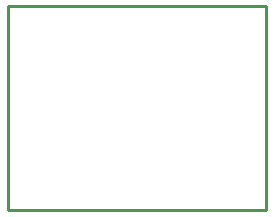
<source format=gko>
G04 This is an RS-274x file exported by *
G04 gerbv version 2.6.1 *
G04 More information is available about gerbv at *
G04 http://gerbv.geda-project.org/ *
G04 --End of header info--*
%MOIN*%
%FSLAX34Y34*%
%IPPOS*%
G04 --Define apertures--*
%ADD10C,0.0100*%
G04 --Start main section--*
G54D10*
G01X-003865Y-014822D02*
G01X-003865Y-008012D01*
G01X-003865Y-008012D02*
G01X-012479Y-008012D01*
G01X-012479Y-008012D02*
G01X-012479Y-014822D01*
G01X-012479Y-014822D02*
G01X-003865Y-014822D01*
M02*

</source>
